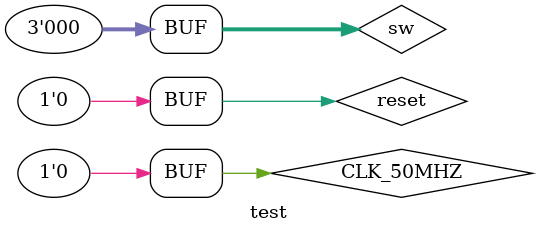
<source format=v>
`timescale 1ns / 1ps


module test;

	// Inputs
	reg CLK_50MHZ;
	reg reset;
	reg [2:0] sw;

	// Outputs
	wire hsync;
	wire vsync;
	wire [2:0] rgb;

	// Instantiate the Unit Under Test (UUT)
	vga_test uut (
		.CLK_50MHZ(CLK_50MHZ), 
		.reset(reset), 
		.sw(sw), 
		.hsync(hsync), 
		.vsync(vsync), 
		.rgb(rgb)
	);

	initial begin
		// Initialize Inputs
		CLK_50MHZ = 0;
		reset = 0;
		sw = 0;

		// Wait 100 ns for global reset to finish
		#100;
        
		// Add stimulus here

	end
      
endmodule


</source>
